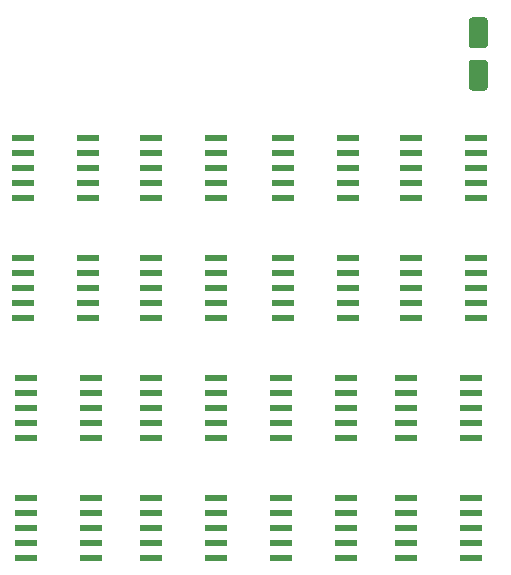
<source format=gbr>
%TF.GenerationSoftware,KiCad,Pcbnew,5.1.10*%
%TF.CreationDate,2021-12-22T00:08:39-07:00*%
%TF.ProjectId,Bondwell1MB,426f6e64-7765-46c6-9c31-4d422e6b6963,rev?*%
%TF.SameCoordinates,Original*%
%TF.FileFunction,Paste,Top*%
%TF.FilePolarity,Positive*%
%FSLAX46Y46*%
G04 Gerber Fmt 4.6, Leading zero omitted, Abs format (unit mm)*
G04 Created by KiCad (PCBNEW 5.1.10) date 2021-12-22 00:08:39*
%MOMM*%
%LPD*%
G01*
G04 APERTURE LIST*
%ADD10R,1.900000X0.600000*%
G04 APERTURE END LIST*
D10*
%TO.C,U8*%
X95885000Y-91440000D03*
X90385000Y-91440000D03*
X95885000Y-92710000D03*
X90385000Y-92710000D03*
X95885000Y-93980000D03*
X90385000Y-93980000D03*
X95885000Y-95250000D03*
X90385000Y-95250000D03*
X95885000Y-96520000D03*
X90385000Y-96520000D03*
X95885000Y-101600000D03*
X90385000Y-101600000D03*
X95885000Y-102870000D03*
X90385000Y-102870000D03*
X95885000Y-104140000D03*
X90385000Y-104140000D03*
X95885000Y-105410000D03*
X90385000Y-105410000D03*
X95885000Y-106680000D03*
X90385000Y-106680000D03*
%TD*%
%TO.C,U3*%
X95885000Y-111760000D03*
X90385000Y-111760000D03*
X95885000Y-113030000D03*
X90385000Y-113030000D03*
X95885000Y-114300000D03*
X90385000Y-114300000D03*
X95885000Y-115570000D03*
X90385000Y-115570000D03*
X95885000Y-116840000D03*
X90385000Y-116840000D03*
X95885000Y-121920000D03*
X90385000Y-121920000D03*
X95885000Y-123190000D03*
X90385000Y-123190000D03*
X95885000Y-124460000D03*
X90385000Y-124460000D03*
X95885000Y-125730000D03*
X90385000Y-125730000D03*
X95885000Y-127000000D03*
X90385000Y-127000000D03*
%TD*%
%TO.C,U4*%
X85300000Y-111760000D03*
X79800000Y-111760000D03*
X85300000Y-113030000D03*
X79800000Y-113030000D03*
X85300000Y-114300000D03*
X79800000Y-114300000D03*
X85300000Y-115570000D03*
X79800000Y-115570000D03*
X85300000Y-116840000D03*
X79800000Y-116840000D03*
X85300000Y-121920000D03*
X79800000Y-121920000D03*
X85300000Y-123190000D03*
X79800000Y-123190000D03*
X85300000Y-124460000D03*
X79800000Y-124460000D03*
X85300000Y-125730000D03*
X79800000Y-125730000D03*
X85300000Y-127000000D03*
X79800000Y-127000000D03*
%TD*%
%TO.C,U2*%
X106890000Y-111760000D03*
X101390000Y-111760000D03*
X106890000Y-113030000D03*
X101390000Y-113030000D03*
X106890000Y-114300000D03*
X101390000Y-114300000D03*
X106890000Y-115570000D03*
X101390000Y-115570000D03*
X106890000Y-116840000D03*
X101390000Y-116840000D03*
X106890000Y-121920000D03*
X101390000Y-121920000D03*
X106890000Y-123190000D03*
X101390000Y-123190000D03*
X106890000Y-124460000D03*
X101390000Y-124460000D03*
X106890000Y-125730000D03*
X101390000Y-125730000D03*
X106890000Y-127000000D03*
X101390000Y-127000000D03*
%TD*%
%TO.C,U9*%
X85090000Y-91440000D03*
X79590000Y-91440000D03*
X85090000Y-92710000D03*
X79590000Y-92710000D03*
X85090000Y-93980000D03*
X79590000Y-93980000D03*
X85090000Y-95250000D03*
X79590000Y-95250000D03*
X85090000Y-96520000D03*
X79590000Y-96520000D03*
X85090000Y-101600000D03*
X79590000Y-101600000D03*
X85090000Y-102870000D03*
X79590000Y-102870000D03*
X85090000Y-104140000D03*
X79590000Y-104140000D03*
X85090000Y-105410000D03*
X79590000Y-105410000D03*
X85090000Y-106680000D03*
X79590000Y-106680000D03*
%TD*%
%TO.C,U7*%
X107100000Y-91440000D03*
X101600000Y-91440000D03*
X107100000Y-92710000D03*
X101600000Y-92710000D03*
X107100000Y-93980000D03*
X101600000Y-93980000D03*
X107100000Y-95250000D03*
X101600000Y-95250000D03*
X107100000Y-96520000D03*
X101600000Y-96520000D03*
X107100000Y-101600000D03*
X101600000Y-101600000D03*
X107100000Y-102870000D03*
X101600000Y-102870000D03*
X107100000Y-104140000D03*
X101600000Y-104140000D03*
X107100000Y-105410000D03*
X101600000Y-105410000D03*
X107100000Y-106680000D03*
X101600000Y-106680000D03*
%TD*%
%TO.C,U1*%
X117475000Y-111760000D03*
X111975000Y-111760000D03*
X117475000Y-113030000D03*
X111975000Y-113030000D03*
X117475000Y-114300000D03*
X111975000Y-114300000D03*
X117475000Y-115570000D03*
X111975000Y-115570000D03*
X117475000Y-116840000D03*
X111975000Y-116840000D03*
X117475000Y-121920000D03*
X111975000Y-121920000D03*
X117475000Y-123190000D03*
X111975000Y-123190000D03*
X117475000Y-124460000D03*
X111975000Y-124460000D03*
X117475000Y-125730000D03*
X111975000Y-125730000D03*
X117475000Y-127000000D03*
X111975000Y-127000000D03*
%TD*%
%TO.C,U6*%
X117895000Y-91440000D03*
X112395000Y-91440000D03*
X117895000Y-92710000D03*
X112395000Y-92710000D03*
X117895000Y-93980000D03*
X112395000Y-93980000D03*
X117895000Y-95250000D03*
X112395000Y-95250000D03*
X117895000Y-96520000D03*
X112395000Y-96520000D03*
X117895000Y-101600000D03*
X112395000Y-101600000D03*
X117895000Y-102870000D03*
X112395000Y-102870000D03*
X117895000Y-104140000D03*
X112395000Y-104140000D03*
X117895000Y-105410000D03*
X112395000Y-105410000D03*
X117895000Y-106680000D03*
X112395000Y-106680000D03*
%TD*%
%TO.C,C10*%
G36*
G01*
X118660000Y-83850000D02*
X117560000Y-83850000D01*
G75*
G02*
X117310000Y-83600000I0J250000D01*
G01*
X117310000Y-81500000D01*
G75*
G02*
X117560000Y-81250000I250000J0D01*
G01*
X118660000Y-81250000D01*
G75*
G02*
X118910000Y-81500000I0J-250000D01*
G01*
X118910000Y-83600000D01*
G75*
G02*
X118660000Y-83850000I-250000J0D01*
G01*
G37*
G36*
G01*
X118660000Y-87450000D02*
X117560000Y-87450000D01*
G75*
G02*
X117310000Y-87200000I0J250000D01*
G01*
X117310000Y-85100000D01*
G75*
G02*
X117560000Y-84850000I250000J0D01*
G01*
X118660000Y-84850000D01*
G75*
G02*
X118910000Y-85100000I0J-250000D01*
G01*
X118910000Y-87200000D01*
G75*
G02*
X118660000Y-87450000I-250000J0D01*
G01*
G37*
%TD*%
M02*

</source>
